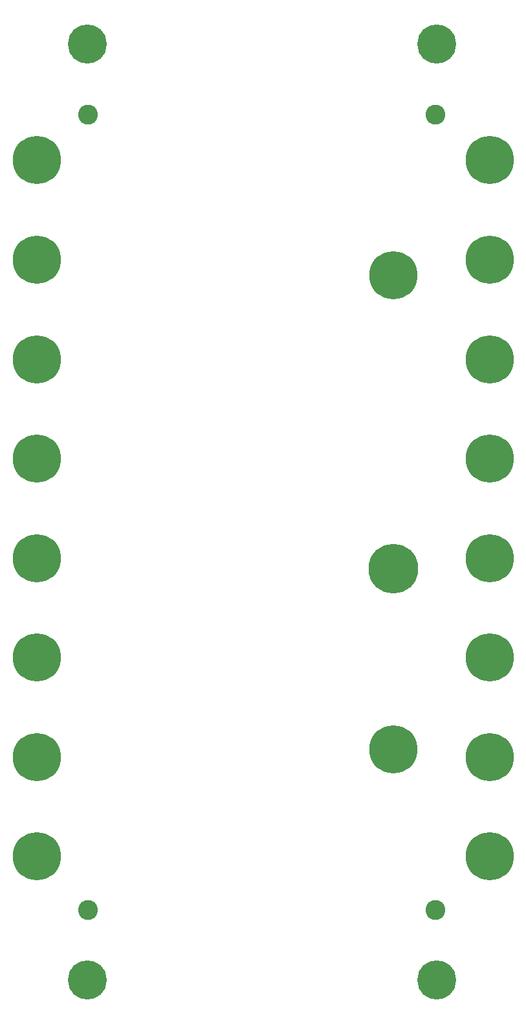
<source format=gbr>
G04 #@! TF.GenerationSoftware,KiCad,Pcbnew,(6.0.1)*
G04 #@! TF.CreationDate,2023-03-15T08:14:14-07:00*
G04 #@! TF.ProjectId,panel,70616e65-6c2e-46b6-9963-61645f706362,2.1*
G04 #@! TF.SameCoordinates,Original*
G04 #@! TF.FileFunction,Soldermask,Top*
G04 #@! TF.FilePolarity,Negative*
%FSLAX46Y46*%
G04 Gerber Fmt 4.6, Leading zero omitted, Abs format (unit mm)*
G04 Created by KiCad (PCBNEW (6.0.1)) date 2023-03-15 08:14:14*
%MOMM*%
%LPD*%
G01*
G04 APERTURE LIST*
%ADD10C,5.102000*%
%ADD11C,6.502000*%
%ADD12C,2.602000*%
%ADD13C,6.302000*%
G04 APERTURE END LIST*
D10*
X52500000Y-33750000D03*
X98220000Y-33750000D03*
X98220000Y-156150000D03*
X52500000Y-156150000D03*
D11*
X92520000Y-102380000D03*
D12*
X52600000Y-43000000D03*
X98000000Y-43000000D03*
X98000000Y-147000000D03*
X52600000Y-147000000D03*
D13*
X45850000Y-48980000D03*
X45850000Y-61980000D03*
X45850000Y-74980000D03*
X92520000Y-64000000D03*
X105150000Y-100980000D03*
X45850000Y-139980000D03*
X45850000Y-100980000D03*
X105150000Y-61980000D03*
X105150000Y-87980000D03*
X45850000Y-87980000D03*
X105150000Y-113980000D03*
X105150000Y-48980000D03*
X105150000Y-126980000D03*
X45850000Y-126980000D03*
X45850000Y-113980000D03*
X105150000Y-74980000D03*
X92520000Y-126000000D03*
X105150000Y-139980000D03*
M02*

</source>
